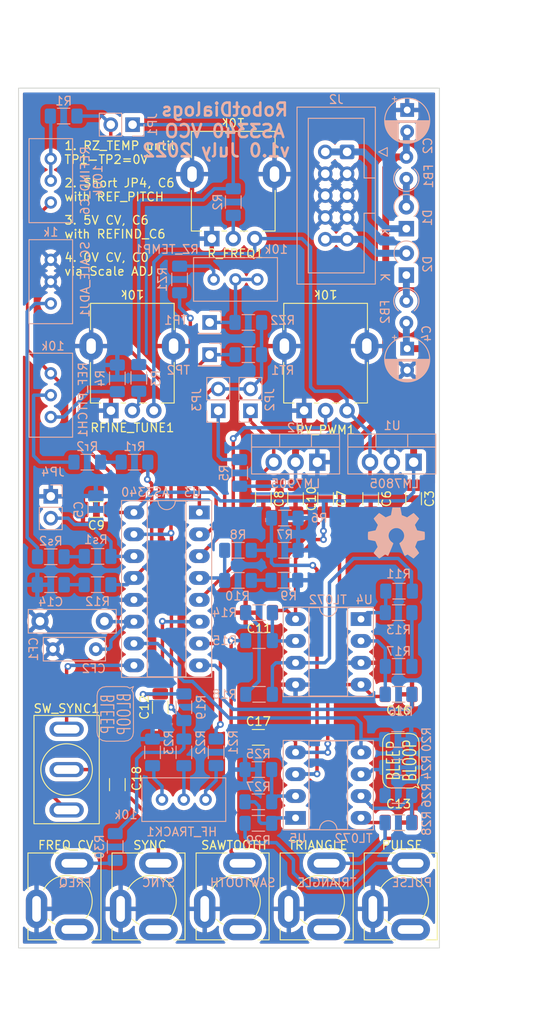
<source format=kicad_pcb>
(kicad_pcb (version 20211014) (generator pcbnew)
  (title_block (title "3340_VCO") (date "2022-07-02") (rev "1.0") (company "RobotDialogs"))
  (layers (0 "F.Cu" signal) (31 "B.Cu" signal) (34 "B.Paste" user) (35 "F.Paste" user) (36 "B.SilkS" user "B.Silkscreen") (37 "F.SilkS" user "F.Silkscreen") (38 "B.Mask" user) (39 "F.Mask" user) (44 "Edge.Cuts" user))
  (net 0 "")
  (net 1 "+12V")
  (net 2 "GND")
  (net 3 "-12V")
  (net 4 "+5V")
  (net 5 "-5V")
  (net 6 "-12VA")
  (net 7 "Net-(D1-Pad2)")
  (net 8 "Net-(D2-Pad1)")
  (net 9 "+12VA")
  (net 10 "Net-(C12-Pad2)")
  (net 11 "Net-(C14-Pad1)")
  (net 12 "/Inputs/Scale")
  (net 13 "Net-(C18-Pad2)")
  (net 14 "Net-(CF1-Pad1)")
  (net 16 "Net-(JP1-Pad1)")
  (net 17 "VEE")
  (net 18 "Net-(J100-PadT)")
  (net 19 "/Inputs/Frequency Control")
  (net 20 "Net-(C18-Pad1)")
  (net 23 "/Inputs/Linear FM")
  (net 24 "Net-(J102-PadT)")
  (net 25 "Net-(R10-Pad2)")
  (net 26 "/Outputs/Triangle Output")
  (net 28 "Net-(R11-Pad1)")
  (net 29 "/Outputs/Sawtooth Output")
  (net 30 "Net-(J103-PadT)")
  (net 32 "Net-(J104-PadT)")
  (net 33 "Net-(JP3-Pad1)")
  (net 34 "/Outputs/Pulse Output")
  (net 35 "Net-(R17-Pad2)")
  (net 36 "Net-(R22-Pad2)")
  (net 37 "Net-(R1-Pad1)")
  (net 38 "Net-(R2-Pad2)")
  (net 39 "/Inputs/High Frequency Track")
  (net 40 "Net-(R3-Pad2)")
  (net 41 "Net-(R26-Pad2)")
  (net 42 "Net-(REF_PITCH1-Pad2)")
  (net 43 "Net-(R4-Pad1)")
  (net 44 "Net-(R8-Pad1)")
  (net 45 "/Inputs/Scale Adjust 2")
  (net 46 "/Inputs/PWM Control")
  (net 47 "Net-(R11-Pad2)")
  (net 48 "Net-(R16-Pad2)")
  (net 49 "Net-(Rs1-Pad2)")
  (net 50 "/Inputs/Scale Adjust 1")
  (net 51 "/Inputs/Soft Sync")
  (net 52 "/Inputs/Hard Sync")
  (net 53 "Net-(R18-Pad2)")
  (net 54 "Net-(R15-Pad1)")
  (net 55 "Net-(R21-Pad2)")
  (net 56 "Net-(R23-Pad1)")
  (net 57 "Net-(R26-Pad1)")
  (net 58 "Net-(R25-Pad1)")
  (net 59 "Net-(Rr2-Pad1)")
  (net 60 "Net-(RZ1-Pad2)")
  (net 61 "Net-(RZ2-Pad1)")
  (net 62 "Net-(R29-Pad1)")
  (net 63 "Net-(SCALE_ADJ1-Pad1)")
  (footprint "Capacitor_SMD:C_1206_3216Metric_Pad1.33x1.80mm_HandSolder" (layer "F.Cu") (at 168 111 180)
    (fp_text reference "C11")
    (fp_text value "10nF")
  )
  (footprint "My Stuff:Jack_3.5mm_MJ-355W_Vertical" (layer "F.Cu") (at 145.595 144.55)
    (fp_text reference "J100")
    (fp_text value "FREQ_CV")
  )
  (footprint "Capacitor_SMD:C_1206_3216Metric_Pad1.33x1.80mm_HandSolder" (layer "F.Cu") (at 168.5 97.75 -90)
    (fp_text reference "C8")
    (fp_text value "100nF")
  )
  (footprint "My Stuff:Jack_3.5mm_MJ-355W_Vertical" (layer "F.Cu") (at 155.38375 144.55)
    (fp_text reference "J101")
    (fp_text value "SYNC")
  )
  (footprint "My Stuff:Logo1" (layer "F.Cu") (at 184.5 128.25 90)
    (fp_text reference "LOGO1" hide)
    (fp_text value "logo1" hide)
  )
  (footprint "Capacitor_SMD:C_1206_3216Metric_Pad1.33x1.80mm_HandSolder" (layer "F.Cu") (at 156.5 122 90)
    (fp_text reference "C12")
    (fp_text value "10nF")
  )
  (footprint "Capacitor_SMD:C_1206_3216Metric_Pad1.33x1.80mm_HandSolder" (layer "F.Cu") (at 167.92 125.5)
    (fp_text reference "C17")
    (fp_text value "10nF")
  )
  (footprint "Capacitor_SMD:C_1206_3216Metric_Pad1.33x1.80mm_HandSolder" (layer "F.Cu") (at 149.0625 99 180)
    (fp_text reference "C9")
    (fp_text value "10nF")
  )
  (footprint "My Stuff:SPDT_Toggle" (layer "F.Cu") (at 145.595 129.25)
    (fp_text reference "SW_SYNC1")
    (fp_text value "SW_SPDT")
  )
  (footprint "Capacitor_SMD:C_1206_3216Metric_Pad1.33x1.80mm_HandSolder" (layer "F.Cu") (at 172.25 97.75 -90)
    (fp_text reference "C10")
    (fp_text value "10nF")
  )
  (footprint "Capacitor_SMD:C_1206_3216Metric_Pad1.33x1.80mm_HandSolder" (layer "F.Cu") (at 184.25 120.5 180)
    (fp_text reference "C16")
    (fp_text value "10nF")
  )
  (footprint "Capacitor_SMD:C_1206_3216Metric_Pad1.33x1.80mm_HandSolder" (layer "F.Cu") (at 181 97.75 -90)
    (fp_text reference "C6")
    (fp_text value "100nF")
  )
  (footprint "My Stuff:Jack_3.5mm_MJ-355W_Vertical" (layer "F.Cu") (at 174.96125 144.55)
    (fp_text reference "J103")
    (fp_text value "TRIANGLE")
  )
  (footprint "My Stuff:Potentiometer_Alpha_RD901F-40-00D_Single_Vertical_w_3d" (layer "F.Cu") (at 175.75 80 90)
    (fp_text reference "RV_PWM1")
    (fp_text value "10k")
  )
  (footprint "My Stuff:Jack_3.5mm_MJ-355W_Vertical" (layer "F.Cu") (at 184.75 144.55)
    (fp_text reference "J104")
    (fp_text value "PULSE")
  )
  (footprint "Capacitor_SMD:C_1206_3216Metric_Pad1.33x1.80mm_HandSolder" (layer "F.Cu") (at 184.25 135.41)
    (fp_text reference "C13")
    (fp_text value "10nF")
  )
  (footprint "My Stuff:Jack_3.5mm_MJ-355W_Vertical" (layer "F.Cu") (at 165.1725 144.55)
    (fp_text reference "J102")
    (fp_text value "SAWTOOTH")
  )
  (footprint "Capacitor_SMD:C_1206_3216Metric_Pad1.33x1.80mm_HandSolder" (layer "F.Cu") (at 151.5 131 90)
    (fp_text reference "C18")
    (fp_text value "10nF")
  )
  (footprint "My Stuff:Potentiometer_Alpha_RD901F-40-00D_Single_Vertical_w_3d" (layer "F.Cu") (at 153.25 80 90)
    (fp_text reference "RFINE_TUNE1")
    (fp_text value "10k")
  )
  (footprint "My Stuff:Potentiometer_Alpha_RD901F-40-00D_Single_Vertical_w_3d" (layer "F.Cu") (at 165 60 90)
    (fp_text reference "R_FREQ1")
    (fp_text value "10k")
  )
  (footprint "Capacitor_SMD:C_1206_3216Metric_Pad1.33x1.80mm_HandSolder" (layer "F.Cu") (at 175.75 97.75 -90)
    (fp_text reference "C7")
    (fp_text value "330nF")
  )
  (footprint "My Stuff:Logo2" (layer "F.Cu") (at 151.25 122.75 90)
    (fp_text reference "LOGO101" hide)
    (fp_text value "logo1" hide)
  )
  (footprint "Capacitor_SMD:C_1206_3216Metric_Pad1.33x1.80mm_HandSolder" (layer "F.Cu") (at 186 97.75 -90)
    (fp_text reference "C3")
    (fp_text value "220nF")
  )
  (footprint "Package_TO_SOT_THT:TO-220-3_Vertical" (layer "B.Cu") (at 174.79 93.5 180)
    (fp_text reference "U2")
    (fp_text value "L7905")
  )
  (footprint "Resistor_SMD:R_1206_3216Metric_Pad1.30x1.75mm_HandSolder" (layer "B.Cu") (at 170.95 107.23)
    (fp_text reference "R9")
    (fp_text value "1k")
  )
  (footprint "Connector_PinHeader_2.54mm:PinHeader_1x01_P2.54mm_Vertical" (layer "B.Cu") (at 162.25 77.25 180)
    (fp_text reference "TP1")
    (fp_text value "TestPoint")
  )
  (footprint "Resistor_SMD:R_1206_3216Metric_Pad1.30x1.75mm_HandSolder" (layer "B.Cu") (at 171 103.75 180)
    (fp_text reference "R7")
    (fp_text value "100k")
  )
  (footprint "Resistor_SMD:R_1206_3216Metric_Pad1.30x1.75mm_HandSolder" (layer "B.Cu") (at 166.75 81)
    (fp_text reference "RT1")
    (fp_text value "5.6k")
  )
  (footprint "Capacitor_THT:C_Rect_L10.0mm_W2.5mm_P7.50mm_MKS4" (layer "B.Cu") (at 150 112 180)
    (fp_text reference "CF1")
    (fp_text value "1nF")
  )
  (footprint "Resistor_SMD:R_1206_3216Metric_Pad1.30x1.75mm_HandSolder" (layer "B.Cu") (at 167.92 133)
    (fp_text reference "R27")
    (fp_text value "100k")
  )
  (footprint "Package_DIP:DIP-8_W7.62mm_Socket_LongPads" (layer "B.Cu") (at 172.25 134.87)
    (fp_text reference "U5")
    (fp_text value "TL072")
  )
  (footprint "Resistor_SMD:R_1206_3216Metric_Pad1.30x1.75mm_HandSolder" (layer "B.Cu") (at 165.550001 107.25)
    (fp_text reference "R10")
    (fp_text value "50k")
  )
  (footprint "Resistor_SMD:R_1206_3216Metric_Pad1.30x1.75mm_HandSolder" (layer "B.Cu") (at 184.220001 132.27)
    (fp_text reference "R26")
    (fp_text value "200k")
  )
  (footprint "Resistor_SMD:R_1206_3216Metric_Pad1.30x1.75mm_HandSolder" (layer "B.Cu") (at 163 127.239999 -90)
    (fp_text reference "R21")
    (fp_text value "5k")
  )
  (footprint "Resistor_SMD:R_1206_3216Metric_Pad1.30x1.75mm_HandSolder" (layer "B.Cu") (at 148 93.5 180)
    (fp_text reference "Rr2")
    (fp_text value "1M")
  )
  (footprint "Capacitor_THT:C_Rect_L7.0mm_W2.5mm_P5.00mm" (layer "B.Cu") (at 149 115.25 180)
    (fp_text reference "CF2")
    (fp_text value "1nF")
  )
  (footprint "Diode_THT:D_A-405_P2.54mm_Vertical_KathodeUp" (layer "B.Cu") (at 185.15 71.745 90)
    (fp_text reference "D2")
    (fp_text value "D")
  )
  (footprint "Resistor_SMD:R_1206_3216Metric_Pad1.30x1.75mm_HandSolder" (layer "B.Cu") (at 159.25 122 90)
    (fp_text reference "R19")
    (fp_text value "470")
  )
  (footprint "Resistor_SMD:R_1206_3216Metric_Pad1.30x1.75mm_HandSolder" (layer "B.Cu") (at 184.25 117.25)
    (fp_text reference "R16")
    (fp_text value "100k")
  )
  (footprint "Resistor_SMD:R_1206_3216Metric_Pad1.30x1.75mm_HandSolder" (layer "B.Cu") (at 149.2 107.75)
    (fp_text reference "R12")
    (fp_text value "470")
  )
  (footprint "Resistor_SMD:R_1206_3216Metric_Pad1.30x1.75mm_HandSolder" (layer "B.Cu") (at 168 111)
    (fp_text reference "R14")
    (fp_text value "15k")
  )
  (footprint "Resistor_SMD:R_1206_3216Metric_Pad1.30x1.75mm_HandSolder" (layer "B.Cu") (at 149.21 104.46 180)
    (fp_text reference "Rs1")
    (fp_text value "1k")
  )
  (footprint "Resistor_SMD:R_1206_3216Metric_Pad1.30x1.75mm_HandSolder" (layer "B.Cu") (at 145.25 53.25)
    (fp_text reference "R1")
    (fp_text value "150k")
  )
  (footprint "Resistor_SMD:R_1206_3216Metric_Pad1.30x1.75mm_HandSolder" (layer "B.Cu") (at 171 100 180)
    (fp_text reference "R6")
    (fp_text value "100k")
  )
  (footprint "Connector_PinHeader_2.54mm:PinHeader_1x02_P2.54mm_Vertical" (layer "B.Cu") (at 163.25 87.525)
    (fp_text reference "JP3")
    (fp_text value "Jumper_2_Open")
  )
  (footprint "Connector_IDC:IDC-Header_2x05_P2.54mm_Vertical" (layer "B.Cu") (at 178.2525 57.42 180)
    (fp_text reference "J2")
    (fp_text value "Conn_02x05_Odd_Even")
  )
  (footprint "Connector_PinHeader_2.54mm:PinHeader_1x02_P2.54mm_Vertical" (layer "B.Cu") (at 167 87.525)
    (fp_text reference "JP2")
    (fp_text value "Jumper_2_Open")
  )
  (footprint "Resistor_SMD:R_1206_3216Metric_Pad1.30x1.75mm_HandSolder" (layer "B.Cu") (at 143.75 104.5 180)
    (fp_text reference "Rs2")
    (fp_text value "620")
  )
  (footprint "Resistor_SMD:R_1206_3216Metric_Pad1.30x1.75mm_HandSolder" (layer "B.Cu") (at 184.17 129 180)
    (fp_text reference "R24")
    (fp_text value "120k")
  )
  (footprint "Package_DIP:DIP-16_W7.62mm_Socket_LongPads" (layer "B.Cu") (at 161.05 99.35 180)
    (fp_text reference "U3")
    (fp_text value "AS3340")
  )
  (footprint "Capacitor_SMD:C_1206_3216Metric_Pad1.33x1.80mm_HandSolder" (layer "B.Cu") (at 143.75 107.75 180)
    (fp_text reference "C14")
    (fp_text value "10nF")
  )
  (footprint "Potentiometer_THT:Potentiometer_Bourns_3296W_Vertical" (layer "B.Cu") (at 143.75 88.25 -90)
    (fp_text reference "REF_PITCH1")
    (fp_text value "10k")
  )
  (footprint "Diode_THT:D_A-405_P2.54mm_Vertical_KathodeUp" (layer "B.Cu") (at 185.15 66.345 90)
    (fp_text reference "D1")
    (fp_text value "D")
  )
  (footprint "Package_TO_SOT_THT:TO-220-3_Vertical" (layer "B.Cu") (at 186 93.5 180)
    (fp_text reference "U1")
    (fp_text value "LM7805_TO220")
  )
  (footprint "Resistor_SMD:R_1206_3216Metric_Pad1.30x1.75mm_HandSolder" (layer "B.Cu") (at 184.25 111 180)
    (fp_text reference "R13")
    (fp_text value "15k")
  )
  (footprint "Connector_PinHeader_2.54mm:PinHeader_1x02_P2.54mm_Vertical" (layer "B.Cu") (at 143.75 97.475 180)
    (fp_text reference "JP4")
    (fp_text value "Jumper_2_Open")
  )
  (footprint "Potentiometer_THT:Potentiometer_Bourns_3296W_Vertical" (layer "B.Cu") (at 143.75 75.05 -90)
    (fp_text reference "SCALE_ADJ1")
    (fp_text value "1k")
  )
  (footprint "Resistor_SMD:R_1206_3216Metric_Pad1.30x1.75mm_HandSolder" (layer "B.Cu") (at 151.25 138.25 -90)
    (fp_text reference "R30")
    (fp_text value "100k,0.05%")
  )
  (footprint "Resistor_SMD:R_1206_3216Metric_Pad1.30x1.75mm_HandSolder" (layer "B.Cu") (at 154 83.699999 -90)
    (fp_text reference "R3")
    (fp_text value "1.5M")
  )
  (footprint "Resistor_SMD:R_1206_3216Metric_Pad1.30x1.75mm_HandSolder" (layer "B.Cu") (at 168 114.25 180)
    (fp_text reference "R15")
    (fp_text value "1k")
  )
  (footprint "Resistor_SMD:R_1206_3216Metric_Pad1.30x1.75mm_HandSolder" (layer "B.Cu") (at 184.300001 108.5)
    (fp_text reference "R11")
    (fp_text value "100k")
  )
  (footprint "Resistor_SMD:R_1206_3216Metric_Pad1.30x1.75mm_HandSolder" (layer "B.Cu") (at 159.25 127.25 -90)
    (fp_text reference "R22")
    (fp_text value "1M")
  )
  (footprint "Resistor_SMD:R_1206_3216Metric_Pad1.30x1.75mm_HandSolder" (layer "B.Cu") (at 165.550002 103.75 180)
    (fp_text reference "R8")
    (fp_text value "100k")
  )
  (footprint "Capacitor_SMD:C_1206_3216Metric_Pad1.33x1.80mm_HandSolder" (layer "B.Cu") (at 149 99 -90)
    (fp_text reference "C5")
    (fp_text value "560pF")
  )
  (footprint "Resistor_SMD:R_1206_3216Metric_Pad1.30x1.75mm_HandSolder" (layer "B.Cu") (at 158.75 72.25 90)
    (fp_text reference "RZ1")
    (fp_text value "13k")
  )
  (footprint "Capacitor_THT:CP_Radial_D5.0mm_P2.50mm" (layer "B.Cu") (at 185.25 80.294888 -90)
    (fp_text reference "C4")
    (fp_text value "100uF")
  )
  (footprint "Resistor_SMD:R_1206_3216Metric_Pad1.30x1.75mm_HandSolder" (layer "B.Cu") (at 165 63.25 -90)
    (fp_text reference "R2")
    (fp_text value "47k")
  )
  (footprint "Resistor_SMD:R_1206_3216Metric_Pad1.30x1.75mm_HandSolder" (layer "B.Cu") (at 167.92 135.5 180)
    (fp_text reference "R29")
    (fp_text value "1k")
  )
  (footprint "Connector_PinHeader_2.54mm:PinHeader_1x01_P2.54mm_Vertical" (layer "B.Cu") (at 162.25 81 180)
    (fp_text reference "TP2")
    (fp_text value "TestPoint")
  )
  (footprint "Potentiometer_THT:Potentiometer_Bourns_3296W_Vertical" (layer "B.Cu") (at 143.75 63.3 -90)
    (fp_text reference "REFIND_C6")
    (fp_text value "100k")
  )
  (footprint "Resistor_SMD:R_1206_3216Metric_Pad1.30x1.75mm_HandSolder" (layer "B.Cu") (at 151.5 83.75 90)
    (fp_text reference "R4")
    (fp_text value "22k")
  )
  (footprint "Resistor_SMD:R_1206_3216Metric_Pad1.30x1.75mm_HandSolder" (layer "B.Cu") (at 166.75 77.25)
    (fp_text reference "RZ2")
    (fp_text value "5.6k")
  )
  (footprint "Resistor_SMD:R_1206_3216Metric_Pad1.30x1.75mm_HandSolder" (layer "B.Cu") (at 155.6 127.25 90)
    (fp_text reference "R23")
    (fp_text value "5k")
  )
  (footprint "Resistor_SMD:R_1206_3216Metric_Pad1.30x1.75mm_HandSolder" (layer "B.Cu") (at 167.92 129.25 180)
    (fp_text reference "R25")
    (fp_text value "100k")
  )
  (footprint "Connector_PinHeader_2.54mm:PinHeader_1x02_P2.54mm_Vertical" (layer "B.Cu") (at 153.275 54.25 90)
    (fp_text reference "JP1")
    (fp_text value "Jumper_2_Open")
  )
  (footprint "Symbol:OSHW-Symbol_6.7x6mm_SilkScreen" (layer "B.Cu") (at 184 101.75 180)
    (fp_text reference "LOGO2" hide)
    (fp_text value "Logo_Open_Hardware_Small" hide)
  )
  (footprint "Resistor_SMD:R_1206_3216Metric_Pad1.30x1.75mm_HandSolder" (layer "B.Cu") (at 184.220001 135.43 180)
    (fp_text reference "R28")
    (fp_text value "1k")
  )
  (footprint "Package_DIP:DIP-8_W7.62mm_Socket_LongPads" (layer "B.Cu") (at 179.87 111.75 180)
    (fp_text reference "U4")
    (fp_text value "TL072")
  )
  (footprint "Resistor_SMD:R_1206_3216Metric_Pad1.30x1.75mm_HandSolder" (layer "B.Cu") (at 168 120.5 180)
    (fp_text reference "R18")
    (fp_text value "100k")
  )
  (footprint "Potentiometer_THT:Potentiometer_Bourns_3296W_Vertical" (layer "B.Cu") (at 156.700001 132.739999 180)
    (fp_text reference "HF_TRACK1")
    (fp_text value "10k")
  )
  (footprint "Resistor_SMD:R_1206_3216Metric_Pad1.30x1.75mm_HandSolder" (layer "B.Cu") (at 184.17 125.75 180)
    (fp_text reference "R20")
    (fp_text value "100k")
  )
  (footprint "Potentiometer_THT:Potentiometer_Bourns_3296W_Vertical" (layer "B.Cu") (at 167.8 72.25)
    (fp_text reference "RZ_TEMP1")
    (fp_text value "10k")
  )
  (footprint "Resistor_SMD:R_1206_3216Metric_Pad1.30x1.75mm_HandSolder" (layer "B.Cu") (at 184.25 120.5 180)
    (fp_text reference "R17")
    (fp_text value "100k")
  )
  (footprint "Resistor_SMD:R_1206_3216Metric_Pad1.30x1.75mm_HandSolder" (layer "B.Cu") (at 153.5 93.5 180)
    (fp_text reference "Rr1")
    (fp_text value "330k")
  )
  (footprint "Capacitor_THT:CP_Radial_D5.0mm_P2.50mm" (layer "B.Cu") (at 185.25 52.544888 -90)
    (fp_text reference "C2")
    (fp_text value "100uF")
  )
  (footprint "Inductor_THT:L_Axial_L6.6mm_D2.7mm_P2.54mm_Vertical_Vishay_IM-2" (layer "B.Cu") (at 185.15 60.54 90)
    (fp_text reference "FB1")
    (fp_text value "FerriteBead")
  )
  (footprint "Resistor_SMD:R_1206_3216Metric_Pad1.30x1.75mm_HandSolder" (layer "B.Cu") (at 165.75 94.75 -90)
    (fp_text reference "R5")
    (fp_text value "575")
  )
  (footprint "Inductor_THT:L_Axial_L6.6mm_D2.7mm_P2.54mm_Vertical_Vishay_IM-2" (layer "B.Cu") (at 185.15 74.75 -90)
    (fp_text reference "FB2")
    (fp_text value "FerriteBead")
  )
  (gr_rect (start 140 50) (end 189 150) (layer "Edge.Cuts") (width 0.1) (fill none))
  (gr_text "LM7905" (at 172.25 96) (layer "B.SilkS") (effects (font (size 1 1)) (justify mirror)))
  (gr_text "10k" (at 144 80) (layer "B.SilkS") (effects (font (size 1 1)) (justify mirror)))
  (gr_text "FREQ" (at 146.6 142.4) (layer "B.SilkS") (effects (font (size 1 1)) (justify mirror)))
  (gr_text "TRIANGLE" (at 175.9 142.4) (layer "B.SilkS") (effects (font (size 1 1)) (justify mirror)))
  (gr_text "LM7805" (at 183.75 96) (layer "B.SilkS") (effects (font (size 1 1)) (justify mirror)))
  (gr_text "1k\n" (at 143.75 66.75) (layer "B.SilkS") (effects (font (size 1 1)) (justify mirror)))
  (gr_text "v1.0 July 2022" (at 163 57.25) (layer "B.SilkS") (effects (font (size 1.5 1.5) (thickness 0.3)) (justify mirror)))
  (gr_text "10k" (at 170 68.75) (layer "B.SilkS") (effects (font (size 1 1)) (justify mirror)))
  (gr_text "SYNC" (at 156.3 142.4) (layer "B.SilkS") (effects (font (size 1 1)) (justify mirror)))
  (gr_text "TL072" (at 176 109.5) (layer "B.SilkS") (effects (font (size 1 1)) (justify mirror)))
  (gr_text "SAWTOOTH" (at 166.1 142.4) (layer "B.SilkS") (effects (font (size 1 1)) (justify mirror)))
  (gr_text "PULSE" (at 185.8 142.4) (layer "B.SilkS") (effects (font (size 1 1)) (justify mirror)))
  (gr_text "RobotDialogs" (at 164 52.5) (layer "B.SilkS") (effects (font (size 1.5 1.5) (thickness 0.3)) (justify mirror)))
  (gr_text "10k" (at 152.5 134.5) (layer "B.SilkS") (effects (font (size 1 1)) (justify mirror)))
  (gr_text "TL072" (at 179 137.25) (layer "B.SilkS") (effects (font (size 1 1)) (justify mirror)))
  (gr_text "100k" (at 149.25 60.75 90) (layer "B.SilkS") (effects (font (size 1 1)) (justify mirror)))
  (gr_text "AS3340" (at 154.75 97) (layer "B.SilkS") (effects (font (size 1 1)) (justify mirror)))
  (gr_text "AS3340 VCO" (at 164 55) (layer "B.SilkS") (effects (font (size 1.5 1.5) (thickness 0.3)) (justify mirror)))
  (gr_text "4. 0V CV, C0 \nvia Scale ADJ" (at 145.25 70.5) (layer "F.SilkS") (effects (font (size 1 1)) (justify left)))
  (gr_text "2. Short JP4, C6 \nwith REF_PITCH" (at 145.25 61.833333) (layer "F.SilkS") (effects (font (size 1 1)) (justify left)))
  (gr_text "3. 5V CV, C6 \nwith REFIND_C6" (at 145.25 66.166666) (layer "F.SilkS") (effects (font (size 1 1)) (justify left)))
  (gr_text "1. RZ_TEMP until\nTP1-TP2=0V" (at 145.25 57.5) (layer "F.SilkS") (effects (font (size 1 1)) (justify left)))
  (segment (start 143.75 83.17) (end 146.5 85.92) (width 0.4) (layer "F.Cu") (net 1))
  (segment (start 175.5 102.5) (end 175.5 101.5) (width 0.4) (layer "F.Cu") (net 1))
  (segment (start 141.05 80.47) (end 143.75 83.17) (width 0.4) (layer "F.Cu") (net 1))
  (segment (start 182.75 137.25) (end 182.6875 137.1875) (width 0.4) (layer "F.Cu") (net 1))
  (segment (start 146.5 90.5) (end 150.625 94.625) (width 0.4) (layer "F.Cu") (net 1))
  (segment (start 187.75 137) (end 187.5 137.25) (width 0.4) (layer "F.Cu") (net 1))
  (segment (start 171.25 110.75) (end 169.8125 110.75) (width 0.4) (layer "F.Cu") (net 1))
  (segment (start 143.75 63.3) (end 141.05 66) (width 0.4) (layer "F.Cu") (net 1))
  (segment (start 169.8125 110.75) (end 169.5625 111) (width 0.4) (layer "F.Cu") (net 1))
  (segment (start 141.05 80.47) (end 141.05 66) (width 0.4) (layer "F.Cu") (net 1))
  (segment (start 185.25 80.294888) (end 186.794888 80.294888) (width 0.8) (layer "F.Cu") (net 1))
  (segment (start 150.975 99.35) (end 150.625 99) (width 0.4) (layer "F.Cu") (net 1))
  (segment (start 174.5 102.5) (end 175.5 102.5) (width 0.4) (layer "F.Cu") (net 1))
  (segment (start 187.75 96.5) (end 187.75 137) (width 0.4) (layer "F.Cu") (net 1))
  (segment (start 187.5 137.25) (end 182.75 137.25) (width 0.4) (layer "F.Cu") (net 1))
  (segment (start 153.43 99.35) (end 150.975 99.35) (width 0.4) (layer "F.Cu") (net 1))
  (segment (start 186 93.5) (end 186 96.1875) (width 0.4) (layer "F.Cu") (net 1))
  (segment (start 186.794888 80.294888) (end 187.25 80.75) (width 0.8) (layer "F.Cu") (net 1))
  (segment (start 172.25 104.75) (end 174.5 102.5) (width 0.4) (layer "F.Cu") (net 1))
  (segment (start 186 91.25) (end 186 93.5) (width 0.8) (layer "F.Cu") (net 1))
  (segment (start 172.25 111.75) (end 171.25 110.75) (width 0.4) (layer "F.Cu") (net 1))
  (segment (start 172.25 111.75) (end 172.25 104.75) (width 0.4) (layer "F.Cu") (net 1))
  (segment (start 182.6875 135.41) (end 180.41 135.41) (width 0.4) (layer "F.Cu") (net 1))
  (segment (start 150.625 94.625) (end 150.625 99) (width 0.4) (layer "F.Cu") (net 1))
  (segment (start 187.4375 96.1875) (end 187.75 96.5) (width 0.4) (layer "F.Cu") (net 1))
  (segment (start 187.25 80.75) (end 187.25 90) (width 0.8) (layer "F.Cu") (net 1))
  (segment (start 187.25 90) (end 186 91.25) (width 0.8) (layer "F.Cu") (net 1))
  (segment (start 146.5 85.92) (end 146.5 90.5) (width 0.4) (layer "F.Cu") (net 1))
  (segment (start 186 96.1875) (end 187.4375 96.1875) (width 0.4) (layer "F.Cu") (net 1))
  (segment (start 182.6875 137.1875) (end 182.6875 135.41) (width 0.4) (layer "F.Cu") (net 1))
  (segment (start 180.41 135.41) (end 179.87 134.87) (width 0.4) (layer "F.Cu") (net 1))
  (via (at 175.5 102.5) (size 0.8) (drill 0.4) (layers "F.Cu" "B.Cu") (net 1))
  (via (at 175.5 101.5) (size 0.8) (drill 0.4) (layers "F.Cu" "B.Cu") (net 1))
  (segment (start 175.5 98) (end 163.5 98) (width 0.4) (layer "B.Cu") (net 1))
  (segment (start 155.78 97) (end 153.43 99.35) (width 0.4) (layer "B.Cu") (net 1))
  (segment (start 175.5 102.5) (end 175.5 98) (width 0.4) (layer "B.Cu") (net 1))
  (segment (start 163.5 98) (end 162.5 97) (width 0.4) (layer "B.Cu") (net 1))
  (segment (start 186 97) (end 185 98) (width 0.4) (layer "B.Cu") (net 1))
  (segment (start 185.15 80.194888) (end 185.25 80.294888) (width 0.4) (layer "B.Cu") (net 1))
  (segment (start 162.5 97) (end 155.78 97) (width 0.4) (layer "B.Cu") (net 1))
  (segment (start 185.15 77.29) (end 185.15 80.194888) (width 0.8) (layer "B.Cu") (net 1))
  (segment (start 186 93.5) (end 186 97) (width 0.4) (layer "B.Cu") (net 1))
  (segment (start 175.5 98) (end 185 98) (width 0.4) (layer "B.Cu") (net 1))
  (segment (start 181.25 120.75) (end 182.4375 120.75) (width 0.4) (layer "F.Cu") (net 3))
  (segment (start 172.25 96.1875) (end 172.25 93.5) (width 0.4) (layer "F.Cu") (net 3))
  (segment (start 173.5 90.75) (end 179.75 90.75) (width 0.8) (layer "F.Cu") (net 3))
  (segment (start 172.25 126) (end 172.25 127.25) (width 0.4) (layer "F.Cu") (net 3))
  (segment (start 179.75 90.75) (end 182.75 87.75) (width 0.8) (layer "F.Cu") (net 3))
  (segment (start 182.75 87.75) (end 182.75 59.25) (width 0.8) (layer "F.Cu") (net 3))
  (segment (start 171.75 125.5) (end 172.25 126) (width 0.4) (layer "F.Cu") (net 3))
  (segment (start 176 120.25) (end 176.88 119.37) (width 0.4) (layer "F.Cu") (net 3))
  (segment (start 172.25 93.5) (end 172.25 92) (width 0.8) (layer "F.Cu") (net 3))
  (segment (start 172.25 92) (end 173.5 90.75) (width 0.8) (layer "F.Cu") (net 3))
  (segment (start 179.87 119.37) (end 181.25 120.75) (width 0.4) (layer "F.Cu") (net 3))
  (segment (start 182.75 59.25) (end 184 58) (width 0.8) (layer "F.Cu") (net 3))
  (segment (start 177.37 119.37) (end 179.87 119.37) (width 0.4) (layer "F.Cu") (net 3))
  (segment (start 175.75 96.1875) (end 177.1875 96.1875) (width 0.4) (layer "F.Cu") (net 3))
  (segment (start 175.75 96.1875) (end 172.25 96.1875) (width 0.4) (layer "F.Cu") (net 3))
  (segment (start 177.1875 96.1875) (end 177.37 96.37) (width 0.4) (layer "F.Cu") (net 3))
  (segment (start 182.4375 120.75) (end 182.6875 120.5) (width 0.4) (layer "F.Cu") (net 3))
  (segment (start 176 126) (end 176 126.25) (width 0.4) (layer "F.Cu") (net 3))
  (segment (start 184 58) (end 185.15 58) (width 0.8) (layer "F.Cu") (net 3))
  (segment (start 177.37 96.37) (end 177.37 119.37) (width 0.4) (layer "F.Cu") (net 3))
  (segment (start 176 126) (end 176 120.25) (width 0.4) (layer "F.Cu") (net 3))
  (segment (start 176.88 119.37) (end 177.37 119.37) (width 0.4) (layer "F.Cu") (net 3))
  (segment (start 176 126.25) (end 176 127.25) (width 0.4) (layer "F.Cu") (net 3))
  (segment (start 169.4825 125.5) (end 171.75 125.5) (width 0.4) (layer "F.Cu") (net 3))
  (via (at 176 126.25) (size 0.8) (drill 0.4) (layers "F.Cu" "B.Cu") (net 3))
  (via (at 176 127.25) (size 0.8) (drill 0.4) (layers "F.Cu" "B.Cu") (net 3))
  (segment (start 185.15 58) (end 185.15 55.144888) (width 0.8) (layer "B.Cu") (net 3))
  (segment (start 165.75 96.3) (end 171.7 96.3) (width 0.4) (layer "B.Cu") (net 3))
  (segment (start 185.15 55.144888) (end 185.25 55.044888) (width 0.8) (layer "B.Cu") (net 3))
  (segment (start 172.25 95.75) (end 172.25 93.5) (width 0.4) (layer "B.Cu") (net 3))
  (segment (start 171.7 96.3) (end 172.25 95.75) (width 0.4) (layer "B.Cu") (net 3))
  (segment (start 172.25 127.25) (end 176 127.25) (width 0.4) (layer "B.Cu") (net 3))
  (segment (start 176 127.25) (end 176 126.25) (width 0.4) (layer "B.Cu") (net 3))
  (segment (start 180.92 96.1075) (end 181 96.1875) (width 0.4) (layer "F.Cu") (net 4))
  (segment (start 180.92 93.5) (end 180.92 96.1075) (width 0.4) (layer "F.Cu") (net 4))
  (segment (start 174 68.5) (end 174 84.75) (width 0.4) (layer "B.Cu") (net 4))
  (segment (start 177.25 85.25) (end 178.25 86.25) (width 0.4) (layer "B.Cu") (net 4))
  (segment (start 180.92 93.5) (end 180.92 90.17) (width 0.4) (layer "B.Cu") (net 4))
  (segment (start 178.25 86.25) (end 178.25 87.5) (width 0.4) (layer "B.Cu") (net 4))
  (segment (start 167.25 69.25) (end 167.5 69) (width 0.4) (layer "B.Cu") (net 4))
  (segment (start 174.5 85.25) (end 177.25 85.25) (width 0.4) (layer "B.Cu") (net 4))
  (segment (start 173 67.5) (end 174 68.5) (width 0.4) (layer "B.Cu") (net 4))
  (segment (start 167.5 69) (end 167.5 67.5) (width 0.4) (layer "B.Cu") (net 4))
  (segment (start 155.75 70.25) (end 156.75 69.25) (width 0.4) (layer "B.Cu") (net 4))
  (segment (start 180.92 90.17) (end 178.25 87.5) (width 0.4) (layer "B.Cu") (net 4))
  (segment (start 156.75 69.25) (end 167.25 69.25) (width 0.4) (layer "B.Cu") (net 4))
  (segment (start 167.5 67.5) (end 173 67.5) (width 0.4) (layer "B.Cu") (net 4))
  (segment (start 174 84.75) (end 174.5 85.25) (width 0.4) (layer "B.Cu") (net 4))
  (segment (start 155.75 87.5) (end 155.75 70.25) (width 0.4) (layer "B.Cu") (net 4))
  (segment (start 168.5 94.71) (end 169.71 93.5) (width 0.4) (layer "F.Cu") (net 5))
  (segment (start 168.5 96.1875) (end 168.5 94.71) (width 0.4) (layer "F.Cu") (net 5))
  (segment (start 167 87.525) (end 167 88.75) (width 0.4) (layer "F.Cu") (net 5))
  (segment (start 169.71 91.46) (end 169.71 93.5) (width 0.4) (layer "F.Cu") (net 5))
  (segment (start 167 88.75) (end 169.71 91.46) (width 0.4) (layer "F.Cu") (net 5))
  (segment (start 178.2525 57.42) (end 180.17 57.42) (width 0.8) (layer "B.Cu") (net 6))
  (segment (start 175.7125 57.42) (end 178.2525 57.42) (width 0.8) (layer "B.Cu") (net 6))
  (segment (start 181.5 65) (end 182.845 66.345) (width 0.8) (layer "B.Cu") (net 6))
  (segment (start 181.5 58.75) (end 181.5 65) (width 0.8) (layer "B.Cu") (net 6))
  (segment (start 182.845 66.345) (end 185.15 66.345) (width 0.8) (layer "B.Cu") (net 6))
  (segment (start 180.17 57.42) (end 181.5 58.75) (width 0.8) (layer "B.Cu") (net 6))
  (segment (start 185.15 63.805) (end 185.15 60.54) (width 0.8) (layer "B.Cu") (net 7))
  (segment (start 185.15 71.745) (end 185.15 74.75) (width 0.8) (layer "B.Cu") (net 8))
  (segment (start 181.705 69.205) (end 185.15 69.205) (width 0.8) (layer "B.Cu") (net 9))
  (segment (start 180.08 67.58) (end 181.705 69.205) (width 0.8) (layer "B.Cu") (net 9))
  (segment (start 175.7125 67.58) (end 178.2525 67.58) (width 0.8) (layer "B.Cu") (net 9))
  (segment (start 178.2525 67.58) (end 180.08 67.58) (width 0.8) (layer "B.Cu") (net 9))
  (segment (start 154.5 120.5) (end 156.4375 120.5) (width 0.4) (layer "F.Cu") (net 10))
  (segment (start 156.4375 120.5) (end 156.5 120.4375) (width 0.4) (layer "F.Cu") (net 10))
  (via (at 154.5 120.5) (size 0.8) (drill 0.4) (layers "F.Cu" "B.Cu") (net 10))
  (segment (start 154.55 120.45) (end 154.5 120.5) (width 0.4) (layer "B.Cu") (net 10))
  (segment (start 159.25 120.45) (end 154.55 120.45) (width 0.4) (layer "B.Cu") (net 10))
  (segment (start 145.3125 107.75) (end 147.65 107.75) (width 0.4) (layer "B.Cu") (net 11))
  (segment (start 146.5 100.75) (end 148.8125 100.75) (width 0.4) (layer "B.Cu") (net 12))
  (segment (start 150.76 104.46) (end 150.76 102.76) (width 0.4) (layer "B.Cu") (net 12))
  (segment (start 150.76 102.76) (end 150.25 102.25) (width 0.4) (layer "B.Cu") (net 12))
  (segment (start 149.75 102.25) (end 150.25 102.25) (width 0.4) (layer "B.Cu") (net 12))
  (segment (start 145.765 100.015) (end 146.5 100.75) (width 0.4) (layer "B.Cu") (net 12))
  (segment (start 150.76 104.46) (end 153.4 104.46) (width 0.4) (layer "B.Cu") (net 12))
  (segment (start 148.8125 100.75) (end 149 100.5625) (width 0.4) (layer "B.Cu") (net 12))
  (segment (start 149 100.5625) (end 149 101.5) (width 0.4) (layer "B.Cu") (net 12))
  (segment (start 149 101.5) (end 149.75 102.25) (width 0.4) (layer "B.Cu") (net 12))
  (segment (start 153.4 104.46) (end 153.43 104.43) (width 0.4) (layer "B.Cu") (net 12))
  (segment (start 143.75 100.015) (end 145.765 100.015) (width 0.4) (layer "B.Cu") (net 12))
  (segment (start 151.3125 129.25) (end 145.595 129.25) (width 0.4) (layer "F.Cu") (net 13))
  (segment (start 151.5 129.4375) (end 151.3125 129.25) (width 0.4) (layer "F.Cu") (net 13))
  (segment (start 152.95 112.05) (end 150.75 114.25) (width 0.4) (layer "B.Cu") (net 14))
  (segment (start 150.75 114.25) (end 150.75 115) (width 0.4) (layer "B.Cu") (net 14))
  (segment (start 150.5 115.25) (end 149 115.25) (width 0.4) (layer "B.Cu") (net 14))
  (segment (start 153.43 112.05) (end 150.05 112.05) (width 0.4) (layer "B.Cu") (net 14))
  (segment (start 150.75 115) (end 150.5 115.25) (width 0.4) (layer "B.Cu") (net 14))
  (segment (start 153.43 112.05) (end 152.95 112.05) (width 0.4) (layer "B.Cu") (net 14))
  (segment (start 150.05 112.05) (end 150 112) (width 0.4) (layer "B.Cu") (net 14))
  (segment (start 154.25 63) (end 154 63.25) (width 0.4) (layer "B.Cu") (net 16))
  (segment (start 161.5 63) (end 154.25 63) (width 0.4) (layer "B.Cu") (net 16))
  (segment (start 162.8 61.7) (end 161.5 63) (width 0.4) (layer "B.Cu") (net 16))
  (segment (start 165 55) (end 164.25 54.25) (width 0.4) (layer "B.Cu") (net 16))
  (segment (start 165 61.7) (end 165 55) (width 0.4) (layer "B.Cu") (net 16))
  (segment (start 165 61.7) (end 162.8 61.7) (width 0.4) (layer "B.Cu") (net 16))
  (segment (start 164.25 54.25) (end 153.275 54.25) (width 0.4) (layer "B.Cu") (net 16))
  (segment (start 154 82.149999) (end 154 63.25) (width 0.4) (layer "B.Cu") (net 16))
  (segment (start 164 96.75) (end 164 101.48) (width 0.4) (layer "F.Cu") (net 17))
  (segment (start 161.5 94.25) (end 164 96.75) (width 0.4) (layer "F.Cu") (net 17))
  (segment (start 162.515 84.985) (end 161.5 86) (width 0.4) (layer "F.Cu") (net 17))
  (segment (start 164 101.48) (end 161.05 104.43) (width 0.4) (layer "F.Cu") (net 17))
  (segment (start 163.25 84.985) (end 162.515 84.985) (width 0.4) (layer "F.Cu") (net 17))
  (segment (start 161.5 86) (end 161.5 94.25) (width 0.4) (layer "F.Cu") (net 17))
  (segment (start 168.3 77.25) (end 168.3 81) (width 0.4) (layer "B.Cu") (net 17))
  (segment (start 168.3 83.685) (end 168.3 81) (width 0.4) (layer "B.Cu") (net 17))
  (segment (start 163.25 84.985) (end 167 84.985) (width 0.4) (layer "B.Cu") (net 17))
  (segment (start 167 84.985) (end 168.3 83.685) (width 0.4) (layer "B.Cu") (net 17))
  (segment (start 150.9 140.15) (end 151.25 139.8) (width 0.4) (layer "B.Cu") (net 18))
  (segment (start 146.495 140.15) (end 150.9 140.15) (width 0.4) (layer "B.Cu") (net 18))
  (segment (start 150.735 78.235) (end 157.75 85.25) (width 0.4) (layer "F.Cu") (net 19))
  (segment (start 157.75 122) (end 157.79952 121.95048) (width 0.4) (layer "F.Cu") (net 19))
  (segment (start 157.75 85.25) (end 157.75 101.75) (width 0.4) (layer "F.Cu") (net 19))
  (segment (start 157.79952 121.95048) (end 157.79952 101.79952) (width 0.4) (layer "F.Cu") (net 19))
  (segment (start 150.735 54.25) (end 150.735 78.235) (width 0.4) (layer "F.Cu") (net 19))
  (segment (start 157.79952 101.79952) (end 157.75 101.75) (width 0.4) (layer "F.Cu") (net 19))
  (via (at 157.75 101.75) (size 0.8) (drill 0.4) (layers "F.Cu" "B.Cu") (net 19))
  (via (at 157.75 122) (size 0.8) (drill 0.4) (layers "F.Cu" "B.Cu") (net 19))
  (segment (start 159.25 126.75) (end 159.25 125.7) (width 0.4) (layer "B.Cu") (net 19))
  (segment (start 151.25 136.7) (end 153.75 134.2) (width 0.4) (layer "B.Cu") (net 19))
  (segment (start 154.5 127.25) (end 158.75 127.25) (width 0.4) (layer "B.Cu") (net 19))
  (segment (start 159.25 123.5) (end 157.75 122) (width 0.4) (layer "B.Cu") (net 19))
  (segment (start 157.75 101.75) (end 157.61 101.89) (width 0.4) (layer "B.Cu") (net 19))
  (segment (start 159.25 123.55) (end 159.25 125.7) (width 0.4) (layer "B.Cu") (net 19))
  (segment (start 153.75 128) (end 154.5 127.25) (width 0.4) (layer "B.Cu") (net 19))
  (segment (start 153.75 134.2) (end 153.75 128) (width 0.4) (layer "B.Cu") (net 19))
  (segment (start 149.735 53.25) (end 150.735 54.25) (width 0.4) (layer "B.Cu") (net 19))
  (segment (start 157.61 101.89) (end 153.43 101.89) (width 0.4) (layer "B.Cu") (net 19))
  (segment (start 146.8 53.25) (end 149.735 53.25) (width 0.4) (layer "B.Cu") (net 19))
  (segment (start 159.25 123.55) (end 159.25 123.5) (width 0.4) (layer "B.Cu") (net 19))
  (segment (start 158.75 127.25) (end 159.25 126.75) (width 0.4) (layer "B.Cu") (net 19))
  (segment (start 153.0625 132.5625) (end 156.28375 135.78375) (width 0.4) (layer "F.Cu") (net 20))
  (segment (start 151.5 132.5625) (end 153.0625 132.5625) (width 0.4) (layer "F.Cu") (net 20))
  (segment (start 156.28375 135.78375) (end 156.28375 140.15) (width 0.4) (layer "F.Cu") (net 20))
  (segment (start 155.5 96) (end 155.5 104.9) (width 0.4) (layer "F.Cu") (net 23))
  (segment (start 155 95.5) (end 155.5 96) (width 0.4) (layer "F.Cu") (net 23))
  (segment (start 155.5 104.9) (end 153.43 106.97) (width 0.4) (layer "F.Cu") (net 23))
  (via (at 155 95.5) (size 0.8) (drill 0.4) (layers "F.Cu" "B.Cu") (net 23))
  (segment (start 152.65 107.75) (end 153.43 106.97) (width 0.4) (layer "B.Cu") (net 23))
  (segment (start 150.75 107.75) (end 152.65 107.75) (width 0.4) (layer "B.Cu") (net 23))
  (segment (start 155.05 93.5) (end 155.05 95.45) (width 0.4) (layer "B.Cu") (net 23))
  (segment (start 155.05 95.45) (end 155 95.5) (width 0.4) (layer "B.Cu") (net 23))
  (segment (start 164.75 138.8275) (end 166.0725 140.15) (width 0.4) (layer "F.Cu") (net 24))
  (segment (start 164.75 114.25) (end 164.75 138.8275) (width 0.4) (layer "F.Cu") (net 24))
  (via (at 164.75 114.25) (size 0.8) (drill 0.4) (layers "F.Cu" "B.Cu") (net 24))
  (segment (start 166.45 114.25) (end 164.75 114.25) (width 0.4) (layer "B.Cu") (net 24))
  (segment (start 169.4 107.23) (end 167.120001 107.23) (width 0.4) (layer "B.Cu") (net 25))
  (segment (start 167.120001 107.23) (end 167.100001 107.25) (width 0.4) (layer "B.Cu") (net 25))
  (segment (start 182.62 125.75) (end 180 125.75) (width 0.4) (layer "B.Cu") (net 26))
  (segment (start 159.25 119) (end 158.75 118.5) (width 0.4) (layer "B.Cu") (net 26))
  (segment (start 179.87 123.87) (end 179.25 123.25) (width 0.4) (layer "B.Cu") (net 26))
  (segment (start 179.87 127.25) (end 179.87 125.62) (width 0.4) (layer "B.Cu") (net 26))
  (segment (start 164.5 123.25) (end 160.25 119) (width 0.4) (layer "B.Cu") (net 26))
  (segment (start 180 125.75) (end 179.87 125.62) (width 0.4) (layer "B.Cu") (net 26))
  (segment (start 160.25 119) (end 159.25 119) (width 0.4) (layer "B.Cu") (net 26))
  (segment (start 179.87 125.62) (end 179.87 123.87) (width 0.4) (layer "B.Cu") (net 26))
  (segment (start 158.75 118.5) (end 158.75 117.18) (width 0.4) (layer "B.Cu") (net 26))
  (segment (start 156.16 114.59) (end 153.43 114.59) (width 0.4) (layer "B.Cu") (net 26))
  (segment (start 158.75 117.18) (end 156.16 114.59) (width 0.4) (layer "B.Cu") (net 26))
  (segment (start 179.25 123.25) (end 164.5 123.25) (width 0.4) (layer "B.Cu") (net 26))
  (segment (start 180.62 111) (end 179.87 111.75) (width 0.4) (layer "B.Cu") (net 28))
  (segment (start 182.7 111) (end 180.62 111) (width 0.4) (layer "B.Cu") (net 28))
  (segment (start 182.750001 110.949999) (end 182.7 111) (width 0.4) (layer "B.Cu") (net 28))
  (segment (start 182.750001 108.5) (end 182.750001 110.949999) (width 0.4) (layer "B.Cu") (net 28))
  (segment (start 165 122.25) (end 163.5 120.75) (width 0.4) (layer "B.Cu") (net 29))
  (segment (start 163.5 117.75) (end 162.88 117.13) (width 0.4) (layer "B.Cu") (net 29))
  (segment (start 185.8 121.95) (end 185.5 122.25) (width 0.4) (layer "B.Cu") (net 29))
  (segment (start 185.8 120.5) (end 185.8 121.95) (width 0.4) (layer "B.Cu") (net 29))
  (segment (start 162.88 117.13) (end 161.05 117.13) (width 0.4) (layer "B.Cu") (net 29))
  (segment (start 185.5 122.25) (end 165 122.25) (width 0.4) (layer "B.Cu") (net 29))
  (segment (start 163.5 120.75) (end 163.5 117.75) (width 0.4) (layer "B.Cu") (net 29))
  (segment (start 179.85 140.15) (end 175.86125 140.15) (width 0.4) (layer "B.Cu") (net 30))
  (segment (start 182.670001 135.43) (end 182.670001 137.329999) (width 0.4) (layer "B.Cu") (net 30))
  (segment (start 182.670001 137.329999) (end 179.85 140.15) (width 0.4) (layer "B.Cu") (net 30))
  (segment (start 167 137.75) (end 170 137.75) (width 0.4) (layer "B.Cu") (net 32))
  (segment (start 181.6 140.15) (end 185.65 140.15) (width 0.4) (layer "B.Cu") (net 32))
  (segment (start 173.75 143) (end 178.75 143) (width 0.4) (layer "B.Cu") (net 32))
  (segment (start 172 139.75) (end 172 141.25) (width 0.4) (layer "B.Cu") (net 32))
  (segment (start 166.37 137.12) (end 167 137.75) (width 0.4) (layer "B.Cu") (net 32))
  (segment (start 172 141.25) (end 173.75 143) (width 0.4) (layer "B.Cu") (net 32))
  (segment (start 166.37 135.5) (end 166.37 137.12) (width 0.4) (layer "B.Cu") (net 32))
  (segment (start 170 137.75) (end 172 139.75) (width 0.4) (layer "B.Cu") (net 32))
  (segment (start 178.75 143) (end 181.6 140.15) (width 0.4) (layer "B.Cu") (net 32))
  (segment (start 163.25 92.75) (end 163.7 93.2) (width 0.4) (layer "B.Cu") (net 33))
  (segment (start 163.7 93.2) (end 165.75 93.2) (width 0.4) (layer "B.Cu") (net 33))
  (segment (start 163.25 87.525) (end 163.25 92.75) (width 0.4) (layer "B.Cu") (net 33))
  (segment (start 163.720001 106.97) (end 164.000001 107.25) (width 0.4) (layer "B.Cu") (net 34))
  (segment (start 164.000001 107.25) (end 164.000002 103.75) (width 0.4) (layer "B.Cu") (net 34))
  (segment (start 161.05 106.97) (end 163.720001 106.97) (width 0.4) (layer "B.Cu") (net 34))
  (segment (start 182.7 117.25) (end 182.7 120.5) (width 0.4) (layer "B.Cu") (net 35))
  (segment (start 182.7 117.25) (end 182.7 115.2) (width 0.4) (layer "B.Cu") (net 35))
  (segment (start 181.79 114.29) (end 179.87 114.29) (width 0.4) (layer "B.Cu") (net 35))
  (segment (start 182.7 115.2) (end 181.79 114.29) (width 0.4) (layer "B.Cu") (net 35))
  (segment (start 159.25 128.8) (end 159.25 132.73) (width 0.4) (layer "B.Cu") (net 36))
  (segment (start 159.25 132.73) (end 159.240001 132.739999) (width 0.4) (layer "B.Cu") (net 36))
  (segment (start 143.7 53.25) (end 143.75 53.3) (width 0.4) (layer "B.Cu") (net 37))
  (segment (start 143.75 53.3) (end 143.75 60.76) (width 0.4) (layer "B.Cu") (net 37))
  (segment (start 165 67.5) (end 165 64.8) (width 0.4) (layer "B.Cu") (net 38))
  (segment (start 163.34 114.59) (end 163.5 114.75) (width 0.4) (layer "F.Cu") (net 39))
  (segment (start 163.5 114.75) (end 163.5 124) (width 0.4) (layer "F.Cu") (net 39))
  (segment (start 161.05 114.59) (end 163.34 114.59) (width 0.4) (layer "F.Cu") (net 39))
  (via (at 163.5 124) (size 0.8) (drill 0.4) (layers "F.Cu" "B.Cu") (net 39))
  (segment (start 163.5 124) (end 163 124.5) (width 0.4) (layer "B.Cu") (net 39))
  (segment (start 163 124.5) (end 163 125.689999) (width 0.4) (layer "B.Cu") (net 39))
  (segment (start 153.25 87.5) (end 154 86.75) (width 0.4) (layer "B.Cu") (net 40))
  (segment (start 154 86.75) (end 154 85.249999) (width 0.4) (layer "B.Cu") (net 40))
  (segment (start 179.87 132.33) (end 181.29 133.75) (width 0.4) (layer "B.Cu") (net 41))
  (segment (start 185.770001 132.27) (end 185.770001 135.43) (width 0.4) (layer "B.Cu") (net 41))
  (segment (start 184.290001 133.75) (end 185.770001 132.27) (width 0.4) (layer "B.Cu") (net 41))
  (segment (start 181.29 133.75) (end 184.290001 133.75) (width 0.4) (layer "B.Cu") (net 41))
  (segment (start 141.75 92.75) (end 141.75 85.75) (width 0.4) (layer "B.Cu") (net 42))
  (segment (start 141.79 85.71) (end 143.75 85.71) (width 0.4) (layer "B.Cu") (net 42))
  (segment (start 146.45 93.5) (end 142.5 93.5) (width 0.4) (layer "B.Cu") (net 42))
  (segment (start 141.75 85.75) (end 141.79 85.71) (width 0.4) (layer "B.Cu") (net 42))
  (segment (start 142.5 93.5) (end 141.75 92.75) (width 0.4) (layer "B.Cu") (net 42))
  (segment (start 143.75 88.25) (end 145.25 88.25) (width 0.4) (layer "B.Cu") (net 43))
  (segment (start 148.2 85.3) (end 151.5 85.3) (width 0.4) (layer "B.Cu") (net 43))
  (segment (start 145.25 88.25) (end 148.2 85.3) (width 0.4) (layer "B.Cu") (net 43))
  (segment (start 174.25 105.5) (end 174.75 106) (width 0.4) (layer "F.Cu") (net 44))
  (segment (start 174.75 106) (end 174.75 129.75) (width 0.4) (layer "F.Cu") (net 44))
  (via (at 174.75 129.75) (size 0.8) (drill 0.4) (layers "F.Cu" "B.Cu") (net 44))
  (via (at 174.25 105.5) (size 0.8) (drill 0.4) (layers "F.Cu" "B.Cu") (net 44))
  (segment (start 167.100002 103.75) (end 169.45 103.75) (width 0.4) (layer "B.Cu") (net 44))
  (segment (start 172.25 129.79) (end 174.46 129.79) (width 0.4) (layer "B.Cu") (net 44))
  (segment (start 169.75 105.5) (end 174.25 105.5) (width 0.4) (layer "B.Cu") (net 44))
  (segment (start 172.29 129.75) (end 172.25 129.79) (width 0.4) (layer "B.Cu") (net 44))
  (segment (start 169.45 100) (end 169.45 103.75) (width 0.4) (layer "B.Cu") (net 44))
  (segment (start 174.75 129.75) (end 172.29 129.75) (width 0.4) (layer "B.Cu") (net 44))
  (segment (start 169.45 103.75) (end 169.45 105.2) (width 0.4) (layer "B.Cu") (net 44))
  (segment (start 169.45 105.2) (end 169.75 105.5) (width 0.4) (layer "B.Cu") (net 44))
  (segment (start 163 97.25) (end 163 100.74) (width 0.4) (layer "F.Cu") (net 45))
  (segment (start 162.25 81) (end 160.75 82.5) (width 0.4) (layer "F.Cu") (net 45))
  (segment (start 163 100.74) (end 161.85 101.89) (width 0.4) (layer "F.Cu") (net 45))
  (segment (start 160.75 95) (end 163 97.25) (width 0.4) (layer "F.Cu") (net 45))
  (segment (start 161.85 101.89) (end 161.05 101.89) (width 0.4) (layer "F.Cu") (net 45))
  (segment (start 160.75 82.5) (end 160.75 95) (width 0.4) (layer "F.Cu") (net 45))
  (segment (start 165.2 81) (end 162.25 81) (width 0.4) (layer "B.Cu") (net 45))
  (segment (start 165 91) (end 165 105.56) (width 0.4) (layer "F.Cu") (net 46))
  (segment (start 165 91) (end 165 90.75) (width 0.4) (layer "F.Cu") (net 46))
  (segment (start 165 105.56) (end 161.05 109.51) (width 0.4) (layer "F.Cu") (net 46))
  (via (at 165 90.75) (size 0.8) (drill 0.4) (layers "F.Cu" "B.Cu") (net 46))
  (segment (start 175.5 89.5) (end 175.75 89.25) (width 0.4) (layer "B.Cu") (net 46))
  (segment (start 165 90.75) (end 166.25 89.5) (width 0.4) (layer "B.Cu") (net 46))
  (segment (start 175.75 89.25) (end 175.75 87.5) (width 0.4) (layer "B.Cu") (net 46))
  (segment (start 166.25 89.5) (end 175.5 89.5) (width 0.4) (layer "B.Cu") (net 46))
  (segment (start 175.67 116.83) (end 176.2 116.3) (width 0.4) (layer "B.Cu") (net 47))
  (segment (start 172.25 116.83) (end 169.97 116.83) (width 0.4) (layer "B.Cu") (net 47))
  (segment (start 185.75 108.399999) (end 185.850001 108.5) (width 0.4) (layer "B.Cu") (net 47))
  (segment (start 169.97 116.83) (end 169.55 117.25) (width 0.4) (layer "B.Cu") (net 47))
  (segment (start 176.2 116.3) (end 176.2 107.5) (width 0.4) (layer "B.Cu") (net 47))
  (segment (start 184.2 104.7) (end 185.75 106.25) (width 0.4) (layer "B.Cu") (net 47))
  (segment (start 176.2 107.5) (end 179 104.7) (width 0.4) (layer "B.Cu") (net 47))
  (segment (start 179 104.7) (end 184.2 104.7) (width 0.4) (layer "B.Cu") (net 47))
  (segment (start 172.25 116.83) (end 175.67 116.83) (width 0.4) (layer "B.Cu") (net 47))
  (segment (start 169.55 120.5) (end 169.55 117.25) (width 0.4) (layer "B.Cu") (net 47))
  (segment (start 185.75 106.25) (end 185.75 108.399999) (width 0.4) (layer "B.Cu") (net 47))
  (segment (start 185.8 117.25) (end 185.8 111) (width 0.4) (layer "B.Cu") (net 48))
  (segment (start 145.3 104.5) (end 147.62 104.5) (width 0.4) (layer "B.Cu") (net 49))
  (segment (start 147.62 104.5) (end 147.66 104.46) (width 0.4) (layer "B.Cu") (net 49))
  (segment (start 160 95.75) (end 161.05 96.8) (width 0.4) (layer "F.Cu") (net 50))
  (segment (start 161.05 96.8) (end 161.05 99.35) (width 0.4) (layer "F.Cu") (net 50))
  (segment (start 160 76.75) (end 160 95.75) (width 0.4) (layer "F.Cu") (net 50))
  (via (at 160 76.75) (size 0.8) (drill 0.4) (layers "F.Cu" "B.Cu") (net 50))
  (segment (start 158.75 75.5) (end 160 76.75) (width 0.4) (layer "B.Cu") (net 50))
  (segment (start 158.75 73.8) (end 158.75 75.5) (width 0.4) (layer "B.Cu") (net 50))
  (segment (start 145.595 117.405) (end 145.595 124.55) (width 0.4) (layer "F.Cu") (net 51))
  (segment (start 145.75 117.25) (end 145.595 117.405) (width 0.4) (layer "F.Cu") (net 51))
  (via (at 145.75 117.25) (size 0.8) (drill 0.4) (layers "F.Cu" "B.Cu") (net 51))
  (segment (start 153.43 117.13) (end 145.87 117.13) (width 0.4) (layer "B.Cu") (net 51))
  (segment (start 145.87 117.13) (end 145.75 117.25) (width 0.4) (layer "B.Cu") (net 51))
  (segment (start 143.75 126.5) (end 150 126.5) (width 0.4) (layer "F.Cu") (net 52))
  (segment (start 141.75 130.105) (end 141.75 128.5) (width 0.4) (layer "F.Cu") (net 52))
  (segment (start 145.595 133.95) (end 141.75 130.105) (width 0.4) (layer "F.Cu") (net 52))
  (segment (start 156.5 118.75) (end 156.75 118.5) (width 0.4) (layer "F.Cu") (net 52))
  (segment (start 154.25 118.75) (end 156.5 118.75) (width 0.4) (layer "F.Cu") (net 52))
  (segment (start 141.75 128.5) (end 143.75 126.5) (width 0.4) (layer "F.Cu") (net 52))
  (segment (start 150 126.5) (end 152.5 124) (width 0.4) (layer "F.Cu") (net 52))
  (segment (start 156.75 118.5) (end 156.75 112) (width 0.4) (layer "F.Cu") (net 52))
  (segment (start 152.5 124) (end 152.5 120.5) (width 0.4) (layer "F.Cu") (net 52))
  (segment (start 152.5 120.5) (end 154.25 118.75) (width 0.4) (layer "F.Cu") (net 52))
  (via (at 156.75 112) (size 0.8) (drill 0.4) (layers "F.Cu" "B.Cu") (net 52))
  (segment (start 156.8 112.05) (end 161.05 112.05) (width 0.4) (layer "B.Cu") (net 52))
  (segment (start 156.75 112) (end 156.8 112.05) (width 0.4) (layer "B.Cu") (net 52))
  (segment (start 168 112.55) (end 168 118.95) (width 0.4) (layer "B.Cu") (net 53))
  (segment (start 166.45 111) (end 168 112.55) (width 0.4) (layer "B.Cu") (net 53))
  (segment (start 168 118.95) (end 166.45 120.5) (width 0.4) (layer "B.Cu") (net 53))
  (segment (start 169.59 114.29) (end 169.55 114.25) (width 0.4) (layer "B.Cu") (net 54))
  (segment (start 172.25 114.29) (end 169.59 114.29) (width 0.4) (layer "B.Cu") (net 54))
  (segment (start 169.55 114.25) (end 169.55 111) (width 0.4) (layer "B.Cu") (net 54))
  (segment (start 161.780001 131.719999) (end 161.780001 132.739999) (width 0.4) (layer "B.Cu") (net 55))
  (segment (start 163 128.789999) (end 163 130.5) (width 0.4) (layer "B.Cu") (net 55))
  (segment (start 163 130.5) (end 161.780001 131.719999) (width 0.4) (layer "B.Cu") (net 55))
  (segment (start 155.75 128.8) (end 155.75 130.25) (width 0.4) (layer "B.Cu") (net 56))
  (segment (start 155.75 130.25) (end 156.700001 131.200001) (width 0.4) (layer "B.Cu") (net 56))
  (segment (start 156.700001 131.200001) (end 156.700001 132.739999) (width 0.4) (layer "B.Cu") (net 56))
  (segment (start 179.87 129.79) (end 180.71 129.79) (width 0.4) (layer "B.Cu") (net 57))
  (segment (start 180.71 129.79) (end 181.25 129.25) (width 0.4) (layer "B.Cu") (net 57))
  (segment (start 182.670001 132.27) (end 182.670001 129.050001) (width 0.4) (layer "B.Cu") (net 57))
  (segment (start 182.670001 129.050001) (end 182.62 129) (width 0.4) (layer "B.Cu") (net 57))
  (segment (start 182.37 129.25) (end 182.62 129) (width 0.4) (layer "B.Cu") (net 57))
  (segment (start 181.25 129.25) (end 182.37 129.25) (width 0.4) (layer "B.Cu") (net 57))
  (segment (start 170.14 132.33) (end 169.47 133) (width 0.4) (layer "B.Cu") (net 58))
  (segment (start 172.25 132.33) (end 170.14 132.33) (width 0.4) (layer "B.Cu") (net 58))
  (segment (start 169.47 129.25) (end 169.47 133) (width 0.4) (layer "B.Cu") (net 58))
  (segment (start 149.55 93.5) (end 151.95 93.5) (width 0.4) (layer "B.Cu") (net 59))
  (segment (start 162.2 70.7) (end 162.72 71.22) (width 0.4) (layer "B.Cu") (net 60))
  (segment (start 158.75 70.7) (end 162.2 70.7) (width 0.4) (layer "B.Cu") (net 60))
  (segment (start 162.72 71.22) (end 162.72 72.25) (width 0.4) (layer "B.Cu") (net 60))
  (segment (start 165.2 77.25) (end 165.26 77.19) (width 0.4) (layer "B.Cu") (net 61))
  (segment (start 165.2 77.25) (end 162.25 77.25) (width 0.4) (layer "B.Cu") (net 61))
  (segment (start 167.8 72.25) (end 165.26 72.25) (width 0.4) (layer "B.Cu") (net 61))
  (segment (start 165.26 77.19) (end 165.26 72.25) (width 0.4) (layer "B.Cu") (net 61))
  (segment (start 172.25 134.87) (end 170.1 134.87) (width 0.4) (layer "B.Cu") (net 62))
  (segment (start 168.25 135.5) (end 169.47 135.5) (width 0.4) (layer "B.Cu") (net 62))
  (segment (start 168 135.25) (end 168.25 135.5) (width 0.4) (layer "B.Cu") (net 62))
  (segment (start 168 133.5) (end 168 135.25) (width 0.4) (layer "B.Cu") (net 62))
  (segment (start 167.5 133) (end 168 133.5) (width 0.4) (layer "B.Cu") (net 62))
  (segment (start 166.37 133) (end 167.5 133) (width 0.4) (layer "B.Cu") (net 62))
  (segment (start 170.1 134.87) (end 169.47 135.5) (width 0.4) (layer "B.Cu") (net 62))
  (segment (start 142.2 104.5) (end 142.2 103.45) (width 0.4) (layer "B.Cu") (net 63))
  (segment (start 141 76) (end 141.95 75.05) (width 0.4) (layer "B.Cu") (net 63))
  (segment (start 141 102.25) (end 141 76) (width 0.4) (layer "B.Cu") (net 63))
  (segment (start 141.95 75.05) (end 143.75 75.05) (width 0.4) (layer "B.Cu") (net 63))
  (segment (start 142.2 103.45) (end 141 102.25) (width 0.4) (layer "B.Cu") (net 63))
  (zone (net 2) (net_name "GND") (layers F&B.Cu) (connect_pads (clearance 0.508)) (min_thickness 0.254) (fill yes (thermal_gap 0.508) (thermal_bridge_width 0.508))
    (polygon (pts (xy 188.5 149.5) (xy 140.5 149.5) (xy 140.5 50.5) (xy 188.5 50.5)))
  )
)
</source>
